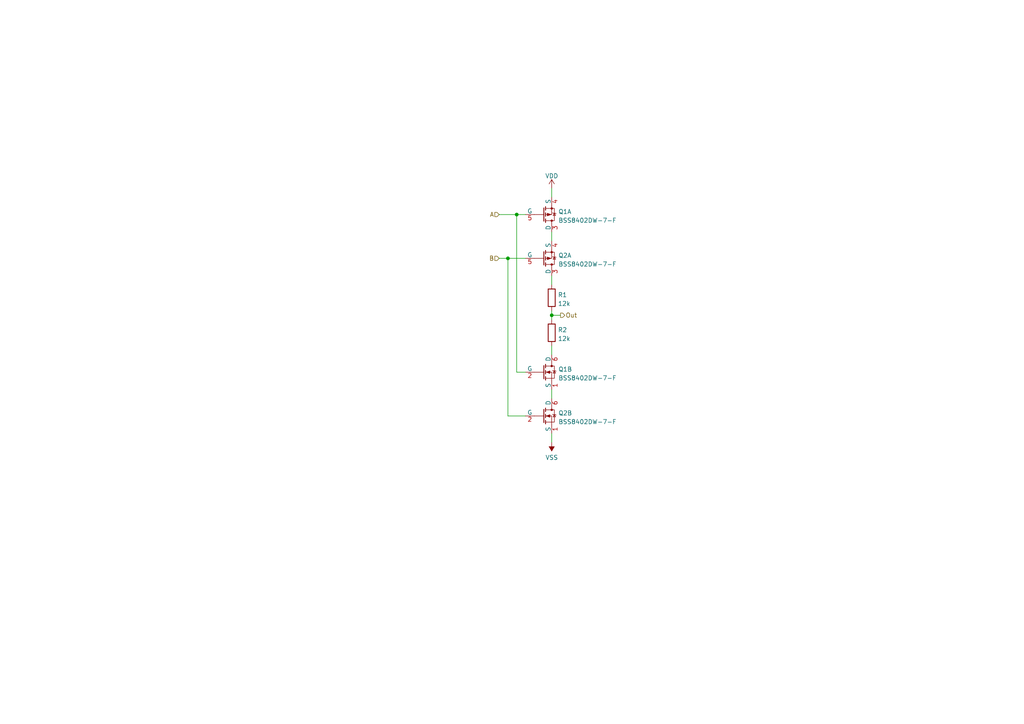
<source format=kicad_sch>
(kicad_sch (version 20211123) (generator eeschema)
  (paper "A4")
  (title_block (title "Balanced Ternary Not Any Gate") (date "2022-08-04") (rev "0"))
  (lib_symbols
    (symbol "Device:R" (pin_numbers hide) (pin_names (offset 0))
      (property "Reference" "R" (at 2.032 0 90))
      (property "Value" "R" (at 0 0 90))
      (symbol "R_0_1"
        (rectangle (start -1.016 -2.54) (end 1.016 2.54) (stroke (width 0.254)))
      )
      (symbol "R_1_1"
        (pin passive line (at 0 3.81 270) (length 1.27) (name "~") (number "1"))
        (pin passive line (at 0 -3.81 90) (length 1.27) (name "~") (number "2"))
      )
    )
    (symbol "Tritium:BSS8402DW-7-F" (pin_names (offset 0))
      (property "Reference" "Q" (at 2.54 1.27 0))
      (property "Value" "BSS8402DW-7-F" (at 2.54 -1.27 0))
      (symbol "BSS8402DW-7-F_0_1"
        (polyline (pts (xy -2.286 -1.905) (xy -2.286 1.905)) (stroke (width 0.254)))
        (polyline (pts (xy -2.286 0) (xy -5.08 0)))
        (polyline (pts (xy -1.778 -2.286) (xy -1.778 -1.27)) (stroke (width 0.254)))
        (polyline (pts (xy -1.778 -0.508) (xy -1.778 0.508)) (stroke (width 0.254)))
        (polyline (pts (xy -1.778 1.27) (xy -1.778 2.286)) (stroke (width 0.254)))
        (polyline (pts (xy 0 2.54) (xy 0 1.778)))
        (polyline (pts (xy -1.778 -1.778) (xy 0.762 -1.778) (xy 0.762 1.778) (xy -1.778 1.778)))
        (polyline (pts (xy 0.254 0.508) (xy 0.381 0.381) (xy 1.143 0.381) (xy 1.27 0.254)))
        (polyline (pts (xy 0.762 0.381) (xy 0.381 -0.254) (xy 1.143 -0.254) (xy 0.762 0.381)))
        (circle (center 0 1.778) (radius 0.254) (fill (type outline)))
      )
      (symbol "BSS8402DW-7-F_1_1"
        (circle (center 0 -1.778) (radius 0.254) (fill (type outline)))
        (polyline (pts (xy 0 -2.54) (xy 0 -1.778)))
        (polyline (pts (xy 0 2.54) (xy 0 0) (xy -1.778 0)))
        (polyline (pts (xy -0.254 0) (xy -1.27 -0.381) (xy -1.27 0.381) (xy -0.254 0)) (fill (type outline)))
        (pin passive line (at 0 -5.08 90) (length 2.54) (name "D") (number "3"))
        (pin passive line (at 0 5.08 270) (length 2.54) (name "S") (number "4"))
        (pin input line (at -7.62 0 0) (length 2.54) (name "G") (number "5"))
      )
      (symbol "BSS8402DW-7-F_2_1"
        (polyline (pts (xy 0 -2.54) (xy 0 0) (xy -1.778 0)))
        (polyline (pts (xy -1.524 0) (xy -0.508 0.381) (xy -0.508 -0.381) (xy -1.524 0)) (fill (type outline)))
        (pin passive line (at 0 -5.08 90) (length 2.54) (name "S") (number "1"))
        (pin input line (at -7.62 0 0) (length 2.54) (name "G") (number "2"))
        (pin passive line (at 0 5.08 270) (length 2.54) (name "D") (number "6"))
      )
    )
    (symbol "power:VDD" (power) (pin_names (offset 0))
      (property "Value" "VDD" (at 0 3.81 0))
      (symbol "VDD_0_1"
        (polyline (pts (xy -0.762 1.27) (xy 0 2.54)))
        (polyline (pts (xy 0 0) (xy 0 2.54)))
        (polyline (pts (xy 0 2.54) (xy 0.762 1.27)))
      )
      (symbol "VDD_1_1"
        (pin power_in line (at 0 0 90) (length 0) hide (name "VDD") (number "1"))
      )
    )
    (symbol "power:VSS" (power) (pin_names (offset 0))
      (property "Value" "VSS" (at 0 3.81 0))
      (symbol "VSS_0_1"
        (polyline (pts (xy 0 0) (xy 0 2.54)))
        (polyline (pts (xy 0.762 1.27) (xy -0.762 1.27) (xy 0 2.54) (xy 0.762 1.27)) (fill (type outline)))
      )
      (symbol "VSS_1_1"
        (pin power_in line (at 0 0 90) (length 0) hide (name "VSS") (number "1"))
      )
    )
  )
  (junction (at 147.32 74.93))
  (junction (at 160.02 91.44))
  (junction (at 149.86 62.23))
  (wire (pts (xy 152.4 74.93) (xy 147.32 74.93)))
  (wire (pts (xy 149.86 62.23) (xy 149.86 107.95)))
  (wire (pts (xy 160.02 90.17) (xy 160.02 91.44)))
  (wire (pts (xy 149.86 107.95) (xy 152.4 107.95)))
  (wire (pts (xy 152.4 62.23) (xy 149.86 62.23)))
  (wire (pts (xy 144.78 62.23) (xy 149.86 62.23)))
  (wire (pts (xy 160.02 91.44) (xy 162.56 91.44)))
  (wire (pts (xy 147.32 74.93) (xy 147.32 120.65)))
  (wire (pts (xy 160.02 125.73) (xy 160.02 128.27)))
  (wire (pts (xy 144.78 74.93) (xy 147.32 74.93)))
  (wire (pts (xy 160.02 54.61) (xy 160.02 57.15)))
  (wire (pts (xy 160.02 113.03) (xy 160.02 115.57)))
  (wire (pts (xy 160.02 91.44) (xy 160.02 92.71)))
  (wire (pts (xy 160.02 80.01) (xy 160.02 82.55)))
  (wire (pts (xy 160.02 67.31) (xy 160.02 69.85)))
  (wire (pts (xy 147.32 120.65) (xy 152.4 120.65)))
  (wire (pts (xy 160.02 102.87) (xy 160.02 100.33)))
  (hierarchical_label "Out" (shape output) (at 162.56 91.44 0))
  (hierarchical_label "B" (shape input) (at 144.78 74.93 180))
  (hierarchical_label "A" (shape input) (at 144.78 62.23 180))
  (symbol (lib_id "Tritium:BSS8402DW-7-F") (at 160.02 62.23 0) (unit 1)
    (property "Reference" "Q1" (at 161.925 61.3953 0) (effects (justify left)))
    (property "Value" "BSS8402DW-7-F" (at 161.925 63.9322 0) (effects (justify left)))
    (property "Footprint" "Package_TO_SOT_SMD:SOT-363_SC-70-6_Handsoldering" (effects hide))
    (property "Datasheet" "https://www.diodes.com/assets/Datasheets/ds30380.pdf" (effects hide))
    (property "Spice_Primitive" "X" (effects hide))
    (property "Spice_Model" "BSS8402DW" (effects hide))
    (property "Spice_Netlist_Enabled" "Y" (effects hide))
    (property "Spice_Lib_File" "/lab/dev/tritium/library/TritiumSpice.lib" (effects hide))
  )
  (symbol (lib_id "Tritium:BSS8402DW-7-F") (at 160.02 107.95 0) (unit 2)
    (property "Reference" "Q1" (at 161.925 107.1153 0) (effects (justify left)))
    (property "Value" "BSS8402DW-7-F" (at 161.925 109.6522 0) (effects (justify left)))
    (property "Footprint" "Package_TO_SOT_SMD:SOT-363_SC-70-6_Handsoldering" (effects hide))
    (property "Datasheet" "https://www.diodes.com/assets/Datasheets/ds30380.pdf" (effects hide))
    (property "Spice_Primitive" "X" (effects hide))
    (property "Spice_Model" "BSS8402DW" (effects hide))
    (property "Spice_Netlist_Enabled" "Y" (effects hide))
    (property "Spice_Lib_File" "/lab/dev/tritium/library/TritiumSpice.lib" (effects hide))
  )
  (symbol (lib_id "Device:R") (at 160.02 96.52 0) (unit 1)
    (property "Reference" "R2" (at 161.798 95.6853 0) (effects (justify left)))
    (property "Value" "12k" (at 161.798 98.2222 0) (effects (justify left)))
    (property "Footprint" "Resistor_SMD:R_0603_1608Metric_Pad0.98x0.95mm_HandSolder" (effects hide))
  )
  (symbol (lib_id "power:VDD") (at 160.02 54.61 0) (unit 1)
    (property "Reference" "#PWR04" (effects hide))
    (property "Value" "VDD" (at 160.02 51.0342 0))
  )
  (symbol (lib_id "Tritium:BSS8402DW-7-F") (at 160.02 120.65 0) (unit 2)
    (property "Reference" "Q2" (at 161.925 119.8153 0) (effects (justify left)))
    (property "Value" "BSS8402DW-7-F" (at 161.925 122.3522 0) (effects (justify left)))
    (property "Footprint" "Package_TO_SOT_SMD:SOT-363_SC-70-6_Handsoldering" (effects hide))
    (property "Datasheet" "https://www.diodes.com/assets/Datasheets/ds30380.pdf" (effects hide))
    (property "Spice_Primitive" "X" (effects hide))
    (property "Spice_Model" "BSS8402DW" (effects hide))
    (property "Spice_Netlist_Enabled" "Y" (effects hide))
    (property "Spice_Lib_File" "/lab/dev/tritium/library/TritiumSpice.lib" (effects hide))
  )
  (symbol (lib_id "Tritium:BSS8402DW-7-F") (at 160.02 74.93 0) (unit 1)
    (property "Reference" "Q2" (at 161.925 74.0953 0) (effects (justify left)))
    (property "Value" "BSS8402DW-7-F" (at 161.925 76.6322 0) (effects (justify left)))
    (property "Footprint" "Package_TO_SOT_SMD:SOT-363_SC-70-6_Handsoldering" (effects hide))
    (property "Datasheet" "https://www.diodes.com/assets/Datasheets/ds30380.pdf" (effects hide))
    (property "Spice_Primitive" "X" (effects hide))
    (property "Spice_Model" "BSS8402DW" (effects hide))
    (property "Spice_Netlist_Enabled" "Y" (effects hide))
    (property "Spice_Lib_File" "/lab/dev/tritium/library/TritiumSpice.lib" (effects hide))
  )
  (symbol (lib_id "power:VSS") (at 160.02 128.27 180) (unit 1)
    (property "Reference" "#PWR05" (effects hide))
    (property "Value" "VSS" (at 160.02 132.7134 0))
  )
  (symbol (lib_id "Device:R") (at 160.02 86.36 0) (unit 1)
    (property "Reference" "R1" (at 161.798 85.5253 0) (effects (justify left)))
    (property "Value" "12k" (at 161.798 88.0622 0) (effects (justify left)))
    (property "Footprint" "Resistor_SMD:R_0603_1608Metric_Pad0.98x0.95mm_HandSolder" (effects hide))
  )
)
</source>
